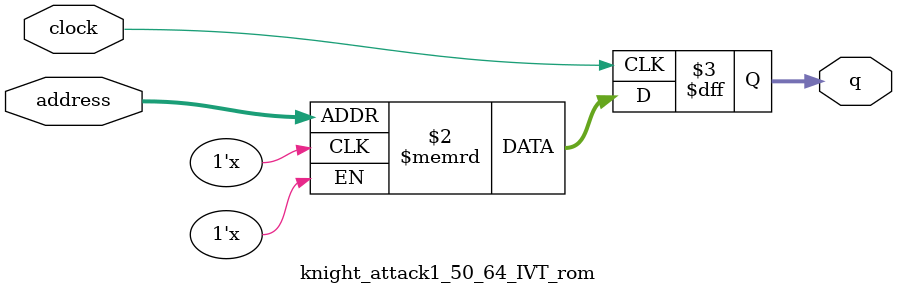
<source format=sv>
module knight_attack1_50_64_IVT_rom (
	input logic clock,
	input logic [11:0] address,
	output logic [2:0] q
);

logic [2:0] memory [0:3199] /* synthesis ram_init_file = "./knight_attack1_50_64_IVT/knight_attack1_50_64_IVT.mif" */;

always_ff @ (posedge clock) begin
	q <= memory[address];
end

endmodule

</source>
